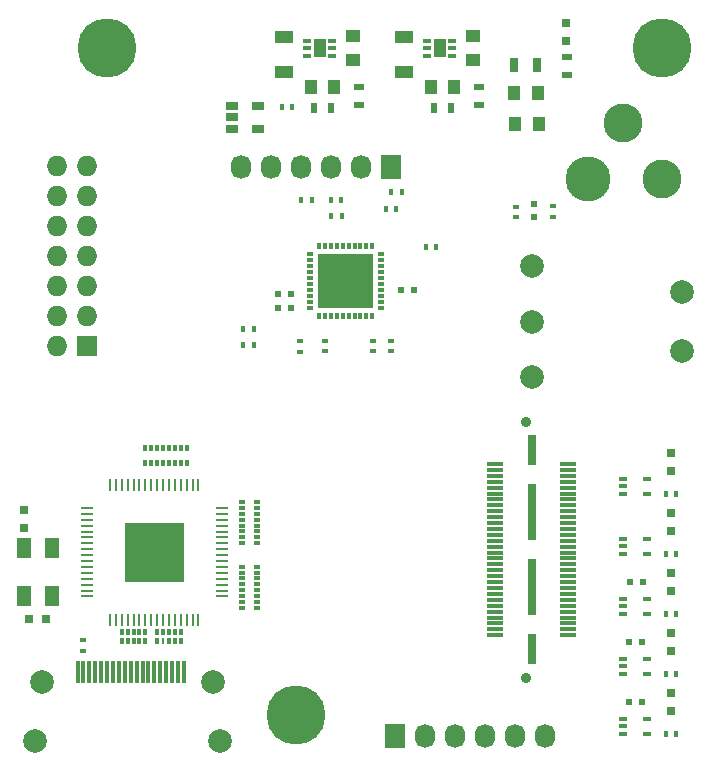
<source format=gbr>
G04 #@! TF.FileFunction,Soldermask,Top*
%FSLAX46Y46*%
G04 Gerber Fmt 4.6, Leading zero omitted, Abs format (unit mm)*
G04 Created by KiCad (PCBNEW (2015-04-17 BZR 5609)-product) date Fri 01 Apr 2016 01:29:41 PM CDT*
%MOMM*%
G01*
G04 APERTURE LIST*
%ADD10C,0.100000*%
%ADD11R,1.447800X0.304800*%
%ADD12R,0.640000X2.540000*%
%ADD13R,0.640000X4.700000*%
%ADD14C,0.900000*%
%ADD15R,0.600000X0.400000*%
%ADD16C,2.000000*%
%ADD17R,0.300000X1.900000*%
%ADD18R,0.500000X0.300000*%
%ADD19R,0.400000X0.600000*%
%ADD20R,0.300000X0.500000*%
%ADD21R,0.750000X0.800000*%
%ADD22R,0.800000X0.750000*%
%ADD23R,0.600000X0.500000*%
%ADD24R,0.500000X0.600000*%
%ADD25R,1.000000X1.250000*%
%ADD26R,1.250000X1.000000*%
%ADD27R,1.600000X1.000000*%
%ADD28R,1.727200X1.727200*%
%ADD29O,1.727200X1.727200*%
%ADD30R,0.700000X1.300000*%
%ADD31R,0.900000X0.500000*%
%ADD32R,0.500000X0.900000*%
%ADD33C,5.000000*%
%ADD34R,0.300000X0.550000*%
%ADD35R,0.390000X0.550000*%
%ADD36R,0.250000X0.550000*%
%ADD37R,0.390000X0.500000*%
%ADD38R,1.193800X1.803400*%
%ADD39R,1.150000X1.150000*%
%ADD40C,3.800000*%
%ADD41C,3.300000*%
%ADD42R,0.700000X0.300000*%
%ADD43R,1.000000X1.600000*%
%ADD44R,1.060000X0.650000*%
%ADD45R,0.660400X0.406400*%
%ADD46R,0.250000X1.000000*%
%ADD47R,1.000000X0.250000*%
%ADD48R,5.000000X5.000000*%
%ADD49R,1.660000X1.660000*%
%ADD50R,1.727200X2.032000*%
%ADD51O,1.727200X2.032000*%
G04 APERTURE END LIST*
D10*
D11*
X86713898Y-116750010D03*
X92886098Y-116750010D03*
X86713898Y-116250010D03*
X92886098Y-116250010D03*
X86713898Y-115750010D03*
X92886098Y-115750010D03*
X86713898Y-115250010D03*
X92886098Y-115250010D03*
X86713898Y-114750010D03*
X92886098Y-114750010D03*
X86713898Y-114250010D03*
X92886098Y-114250010D03*
X86713898Y-113750010D03*
X92886098Y-113750010D03*
X86713898Y-113250010D03*
X92886098Y-113250010D03*
X86713898Y-112750010D03*
X92886098Y-112750010D03*
X86713898Y-112250010D03*
X92886098Y-112250010D03*
X86713898Y-111750010D03*
X92886098Y-111750010D03*
X86713898Y-111250010D03*
X92886098Y-111250010D03*
X86713898Y-110750010D03*
X92886098Y-110750010D03*
X86713898Y-110250010D03*
X92886098Y-110250010D03*
X86713898Y-109750010D03*
X92886098Y-109750010D03*
X86713898Y-109250010D03*
X92886098Y-109250010D03*
X86713898Y-108750010D03*
X92886098Y-108750010D03*
X86713898Y-108250010D03*
X92886098Y-108250010D03*
X86713898Y-107750010D03*
X92886098Y-107750010D03*
X86713898Y-107250010D03*
X92886098Y-107250010D03*
X86713898Y-106750010D03*
X92886098Y-106750010D03*
X86713898Y-106250010D03*
X92886098Y-106250010D03*
X86713898Y-105750010D03*
X92886098Y-105750010D03*
X86713898Y-105250010D03*
X92886098Y-105250010D03*
X86713898Y-104750010D03*
X92886098Y-104750010D03*
X86713898Y-104250010D03*
X92886098Y-104250010D03*
X86713898Y-103750010D03*
X92886098Y-103750010D03*
X86713898Y-103250010D03*
X92886098Y-103250010D03*
X86713898Y-102750010D03*
X92886098Y-102750010D03*
X86713898Y-102250010D03*
X92886098Y-102250010D03*
D12*
X89799998Y-101055010D03*
D13*
X89799998Y-106325010D03*
X89799998Y-112675010D03*
D12*
X89799998Y-117945010D03*
D14*
X89291998Y-120345010D03*
X89291998Y-98655010D03*
D15*
X91592400Y-81323600D03*
X91592400Y-80423600D03*
D16*
X47742400Y-125687200D03*
X63442400Y-125687200D03*
X48342400Y-120737200D03*
X62842400Y-120737200D03*
D17*
X60342400Y-119837200D03*
X59842400Y-119837200D03*
X59342400Y-119837200D03*
X58842400Y-119837200D03*
X58342400Y-119837200D03*
X57842400Y-119837200D03*
X57342400Y-119837200D03*
X56842400Y-119837200D03*
X56342400Y-119837200D03*
X55842400Y-119837200D03*
X55342400Y-119837200D03*
X54842400Y-119837200D03*
X54342400Y-119837200D03*
X53842400Y-119837200D03*
X53342400Y-119837200D03*
X52842400Y-119837200D03*
X52342400Y-119837200D03*
X51842400Y-119837200D03*
X51342400Y-119837200D03*
D18*
X65248000Y-105458000D03*
X65248000Y-105958000D03*
X65248000Y-106458000D03*
X65248000Y-106958000D03*
X65248000Y-107458000D03*
X65248000Y-107958000D03*
X65248000Y-108458000D03*
X65248000Y-108958000D03*
X66548000Y-108958000D03*
X66548000Y-108458000D03*
X66548000Y-107958000D03*
X66548000Y-107458000D03*
X66548000Y-106958000D03*
X66548000Y-106458000D03*
X66548000Y-105958000D03*
X66548000Y-105458000D03*
D15*
X51782980Y-117179940D03*
X51782980Y-118079940D03*
D19*
X68615140Y-72009000D03*
X69515140Y-72009000D03*
D15*
X72263000Y-92702800D03*
X72263000Y-91802800D03*
D20*
X57088400Y-102158800D03*
X57588400Y-102158800D03*
X58088400Y-102158800D03*
X58588400Y-102158800D03*
X59088400Y-102158800D03*
X59588400Y-102158800D03*
X60088400Y-102158800D03*
X60588400Y-102158800D03*
X60588400Y-100858800D03*
X60088400Y-100858800D03*
X59588400Y-100858800D03*
X59088400Y-100858800D03*
X58588400Y-100858800D03*
X58088400Y-100858800D03*
X57588400Y-100858800D03*
X57088400Y-100858800D03*
D18*
X65248000Y-110936400D03*
X65248000Y-111436400D03*
X65248000Y-111936400D03*
X65248000Y-112436400D03*
X65248000Y-112936400D03*
X65248000Y-113436400D03*
X65248000Y-113936400D03*
X65248000Y-114436400D03*
X66548000Y-114436400D03*
X66548000Y-113936400D03*
X66548000Y-113436400D03*
X66548000Y-112936400D03*
X66548000Y-112436400D03*
X66548000Y-111936400D03*
X66548000Y-111436400D03*
X66548000Y-110936400D03*
D21*
X46840000Y-107660000D03*
X46840000Y-106160000D03*
D22*
X48708440Y-115366800D03*
X47208440Y-115366800D03*
D23*
X78698000Y-87503000D03*
X79798000Y-87503000D03*
X69384000Y-89027000D03*
X68284000Y-89027000D03*
X69384000Y-87884000D03*
X68284000Y-87884000D03*
D24*
X89966800Y-81372800D03*
X89966800Y-80272800D03*
D23*
X99102000Y-122428000D03*
X98002000Y-122428000D03*
X99102000Y-117348000D03*
X98002000Y-117348000D03*
X99241700Y-112268000D03*
X98141700Y-112268000D03*
D25*
X90369900Y-73436480D03*
X88369900Y-73436480D03*
X90301320Y-70863460D03*
X88301320Y-70863460D03*
D26*
X74630280Y-68048380D03*
X74630280Y-66048380D03*
X84790280Y-68048380D03*
X84790280Y-66048380D03*
D25*
X71090280Y-70350380D03*
X73090280Y-70350380D03*
X81250280Y-70350380D03*
X83250280Y-70350380D03*
D21*
X101600000Y-121678000D03*
X101600000Y-123178000D03*
X101600000Y-116598000D03*
X101600000Y-118098000D03*
X101600000Y-111518000D03*
X101600000Y-113018000D03*
X92722700Y-66447100D03*
X92722700Y-64947100D03*
D27*
X68788280Y-66066540D03*
X68788280Y-69066540D03*
X78948280Y-66066540D03*
X78948280Y-69066540D03*
D28*
X52110640Y-92290900D03*
D29*
X49570640Y-92290900D03*
X52110640Y-89750900D03*
X49570640Y-89750900D03*
X52110640Y-87210900D03*
X49570640Y-87210900D03*
X52110640Y-84670900D03*
X49570640Y-84670900D03*
X52110640Y-82130900D03*
X49570640Y-82130900D03*
X52110640Y-79590900D03*
X49570640Y-79590900D03*
X52110640Y-77050900D03*
X49570640Y-77050900D03*
D19*
X80830000Y-83870800D03*
X81730000Y-83870800D03*
D15*
X88452960Y-80461700D03*
X88452960Y-81361700D03*
X70154800Y-92753600D03*
X70154800Y-91853600D03*
D19*
X66286800Y-90779600D03*
X65386800Y-90779600D03*
X66286800Y-92202000D03*
X65386800Y-92202000D03*
X78783600Y-79248000D03*
X77883600Y-79248000D03*
D15*
X77851000Y-92702800D03*
X77851000Y-91802800D03*
D19*
X78326400Y-80670400D03*
X77426400Y-80670400D03*
D15*
X76352400Y-92702800D03*
X76352400Y-91802800D03*
D19*
X72760000Y-79857600D03*
X73660000Y-79857600D03*
X72803600Y-81280000D03*
X73703600Y-81280000D03*
X70270800Y-79908400D03*
X71170800Y-79908400D03*
X102050000Y-125120400D03*
X101150000Y-125120400D03*
X102050000Y-120040400D03*
X101150000Y-120040400D03*
X102050000Y-114960400D03*
X101150000Y-114960400D03*
D30*
X88323380Y-68498720D03*
X90223380Y-68498720D03*
D31*
X92748100Y-67817300D03*
X92748100Y-69317300D03*
X75138280Y-71862380D03*
X75138280Y-70362380D03*
X85298280Y-71862380D03*
X85298280Y-70362380D03*
D32*
X71340280Y-72128380D03*
X72840280Y-72128380D03*
X81500280Y-72128380D03*
X83000280Y-72128380D03*
D33*
X53797200Y-67005200D03*
X69800013Y-123500007D03*
X100787200Y-67005200D03*
D34*
X60080400Y-116441600D03*
X59580400Y-116441600D03*
D35*
X59080400Y-116441600D03*
D34*
X58580400Y-116441600D03*
X58080400Y-116441600D03*
X58080400Y-117211600D03*
D36*
X58580400Y-117211600D03*
D37*
X59080400Y-117211600D03*
D34*
X59580400Y-117211600D03*
X60080400Y-117211600D03*
X57083200Y-116463000D03*
X56583200Y-116463000D03*
D35*
X56083200Y-116463000D03*
D34*
X55583200Y-116463000D03*
X55083200Y-116463000D03*
X55083200Y-117233000D03*
X55583200Y-117233000D03*
D35*
X56083200Y-117233000D03*
D34*
X56583200Y-117233000D03*
X57083200Y-117233000D03*
D38*
X46804580Y-109321600D03*
X46804580Y-113385600D03*
X49192180Y-113385600D03*
X49192180Y-109321600D03*
D20*
X71793280Y-89755800D03*
X72293280Y-89755800D03*
X72793280Y-89755800D03*
X73293280Y-89755800D03*
X73793280Y-89755800D03*
X74293280Y-89755800D03*
X74793280Y-89755800D03*
X75293280Y-89755800D03*
X75793280Y-89755800D03*
X76293280Y-89755800D03*
D18*
X77043280Y-89005800D03*
X77043280Y-88505800D03*
X77043280Y-88005800D03*
X77043280Y-87505800D03*
X77043280Y-87005800D03*
X77043280Y-86505800D03*
X77043280Y-86005800D03*
X77043280Y-85505800D03*
X77043280Y-85005800D03*
X77043280Y-84505800D03*
D20*
X76293280Y-83755800D03*
X75793280Y-83755800D03*
X75293280Y-83755800D03*
X74793280Y-83755800D03*
X74293280Y-83755800D03*
X73793280Y-83755800D03*
X73293280Y-83755800D03*
X72793280Y-83755800D03*
X72293280Y-83755800D03*
X71793280Y-83755800D03*
D18*
X71043280Y-84505800D03*
X71043280Y-85005800D03*
X71043280Y-85505800D03*
X71043280Y-86005800D03*
X71043280Y-86505800D03*
X71043280Y-87005800D03*
X71043280Y-87505800D03*
X71043280Y-88005800D03*
X71043280Y-88505800D03*
X71043280Y-89005800D03*
D39*
X75768280Y-85030800D03*
X74618280Y-85030800D03*
X73468280Y-85030800D03*
X72318280Y-85030800D03*
X75768280Y-86180800D03*
X74618280Y-86180800D03*
X73468280Y-86180800D03*
X72318280Y-86180800D03*
X75768280Y-87330800D03*
X74618280Y-87330800D03*
X73468280Y-87330800D03*
X72318280Y-87330800D03*
X75768280Y-88480800D03*
X74618280Y-88480800D03*
X73468280Y-88480800D03*
X72318280Y-88480800D03*
D40*
X94540200Y-78143100D03*
D41*
X100790200Y-78143100D03*
X97540200Y-73343100D03*
D42*
X80946280Y-66398380D03*
X80946280Y-67048380D03*
X80946280Y-67698380D03*
X83046280Y-67698380D03*
X83046280Y-67048380D03*
X83046280Y-66398380D03*
D43*
X81996280Y-67048380D03*
D44*
X64432000Y-71948000D03*
X64432000Y-72898000D03*
X64432000Y-73848000D03*
X66632000Y-73848000D03*
X66632000Y-71948000D03*
D42*
X70786280Y-66398380D03*
X70786280Y-67048380D03*
X70786280Y-67698380D03*
X72886280Y-67698380D03*
X72886280Y-67048380D03*
X72886280Y-66398380D03*
D43*
X71836280Y-67048380D03*
D45*
X97536000Y-123799600D03*
X97536000Y-125120400D03*
X97536000Y-124460000D03*
X99568000Y-125120400D03*
X99568000Y-123799600D03*
X97536000Y-118719600D03*
X97536000Y-120040400D03*
X97536000Y-119380000D03*
X99568000Y-120040400D03*
X99568000Y-118719600D03*
X97536000Y-113639600D03*
X97536000Y-114960400D03*
X97536000Y-114300000D03*
X99568000Y-114960400D03*
X99568000Y-113639600D03*
D16*
X89834720Y-90192420D03*
X89834720Y-94892420D03*
X89834720Y-85492420D03*
X102534720Y-87688420D03*
X102534720Y-92696420D03*
D46*
X54080000Y-115417600D03*
X54580000Y-115417600D03*
X55080000Y-115417600D03*
X55580000Y-115417600D03*
X56080000Y-115417600D03*
X56580000Y-115417600D03*
X57080000Y-115417600D03*
X57580000Y-115417600D03*
X58080000Y-115417600D03*
X58580000Y-115417600D03*
X59080000Y-115417600D03*
X59580000Y-115417600D03*
X60080000Y-115417600D03*
X60580000Y-115417600D03*
X61080000Y-115417600D03*
X61580000Y-115417600D03*
D47*
X63530000Y-113467600D03*
X63530000Y-112967600D03*
X63530000Y-112467600D03*
X63530000Y-111967600D03*
X63530000Y-111467600D03*
X63530000Y-110967600D03*
X63530000Y-110467600D03*
X63530000Y-109967600D03*
X63530000Y-109467600D03*
X63530000Y-108967600D03*
X63530000Y-108467600D03*
X63530000Y-107967600D03*
X63530000Y-107467600D03*
X63530000Y-106967600D03*
X63530000Y-106467600D03*
X63530000Y-105967600D03*
D46*
X61580000Y-104017600D03*
X61080000Y-104017600D03*
X60580000Y-104017600D03*
X60080000Y-104017600D03*
X59580000Y-104017600D03*
X59080000Y-104017600D03*
X58580000Y-104017600D03*
X58080000Y-104017600D03*
X57580000Y-104017600D03*
X57080000Y-104017600D03*
X56580000Y-104017600D03*
X56080000Y-104017600D03*
X55580000Y-104017600D03*
X55080000Y-104017600D03*
X54580000Y-104017600D03*
X54080000Y-104017600D03*
D47*
X52130000Y-105967600D03*
X52130000Y-106467600D03*
X52130000Y-106967600D03*
X52130000Y-107467600D03*
X52130000Y-107967600D03*
X52130000Y-108467600D03*
X52130000Y-108967600D03*
X52130000Y-109467600D03*
X52130000Y-109967600D03*
X52130000Y-110467600D03*
X52130000Y-110967600D03*
X52130000Y-111467600D03*
X52130000Y-111967600D03*
X52130000Y-112467600D03*
X52130000Y-112967600D03*
X52130000Y-113467600D03*
D48*
X57830000Y-109717600D03*
D49*
X56170000Y-111377600D03*
X56170000Y-109717600D03*
X56170000Y-108057600D03*
X57830000Y-108057600D03*
X57830000Y-109717600D03*
X57830000Y-111377600D03*
X59490000Y-108057600D03*
X59490000Y-109717600D03*
X59490000Y-111377600D03*
D21*
X101600000Y-106438000D03*
X101600000Y-107938000D03*
X101600000Y-101358000D03*
X101600000Y-102858000D03*
D50*
X78180000Y-125260000D03*
D51*
X80720000Y-125260000D03*
X83260000Y-125260000D03*
X85800000Y-125260000D03*
X88340000Y-125260000D03*
X90880000Y-125260000D03*
D50*
X77876400Y-77063600D03*
D51*
X75336400Y-77063600D03*
X72796400Y-77063600D03*
X70256400Y-77063600D03*
X67716400Y-77063600D03*
X65176400Y-77063600D03*
D19*
X102050000Y-109880400D03*
X101150000Y-109880400D03*
X102050000Y-104800400D03*
X101150000Y-104800400D03*
D45*
X97536000Y-108559600D03*
X97536000Y-109880400D03*
X97536000Y-109220000D03*
X99568000Y-109880400D03*
X99568000Y-108559600D03*
X97536000Y-103479600D03*
X97536000Y-104800400D03*
X97536000Y-104140000D03*
X99568000Y-104800400D03*
X99568000Y-103479600D03*
M02*

</source>
